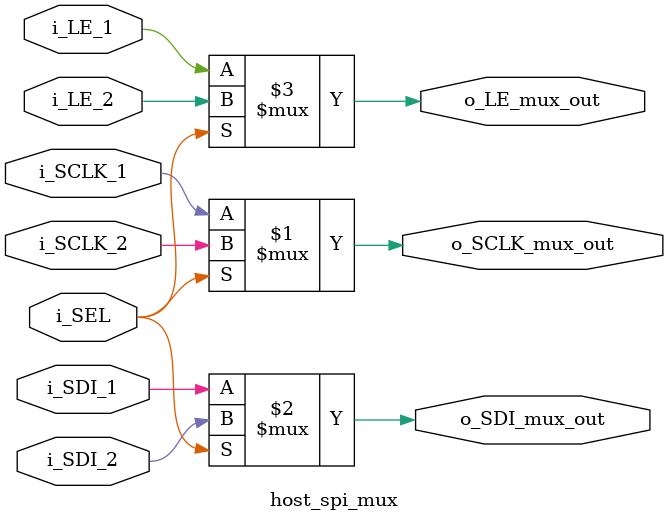
<source format=v>
`timescale 1ns / 1ps


module host_spi_mux(
    input wire i_SEL, // 控制信号，用于选择SPI信号源

    input wire i_SCLK_1,
    input wire i_SDI_1,
    input wire i_LE_1,

    input wire i_SCLK_2,
    input wire i_SDI_2,
    input wire i_LE_2,

    // 输出选择的SPI信号
    output wire o_SCLK_mux_out,
    output wire o_SDI_mux_out,
    output wire o_LE_mux_out
);

    // 使用三元运算符实现多路选择器
    assign o_SCLK_mux_out = i_SEL ? i_SCLK_2 : i_SCLK_1;
    assign o_SDI_mux_out  = i_SEL ? i_SDI_2  : i_SDI_1;
    assign o_LE_mux_out   = i_SEL ? i_LE_2   : i_LE_1;

endmodule


</source>
